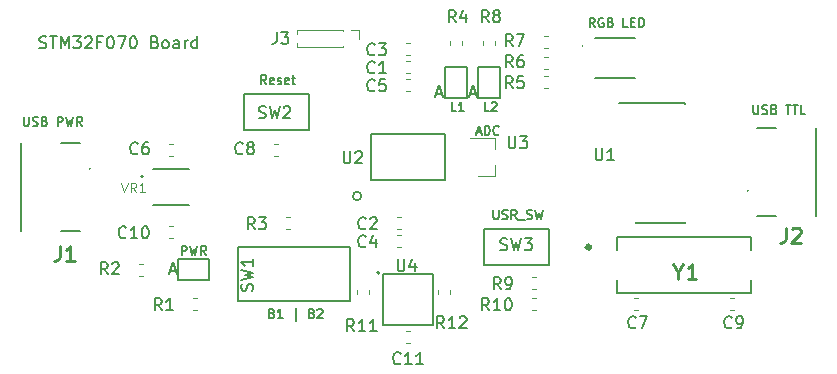
<source format=gto>
G04 #@! TF.GenerationSoftware,KiCad,Pcbnew,(5.0.1)-3*
G04 #@! TF.CreationDate,2019-11-29T17:43:28+05:30*
G04 #@! TF.ProjectId,stm32f070-board,73746D3332663037302D626F6172642E,v1.0*
G04 #@! TF.SameCoordinates,Original*
G04 #@! TF.FileFunction,Legend,Top*
G04 #@! TF.FilePolarity,Positive*
%FSLAX46Y46*%
G04 Gerber Fmt 4.6, Leading zero omitted, Abs format (unit mm)*
G04 Created by KiCad (PCBNEW (5.0.1)-3) date 11/29/19 17:43:28*
%MOMM*%
%LPD*%
G01*
G04 APERTURE LIST*
%ADD10C,0.152400*%
%ADD11C,0.120000*%
%ADD12C,0.150000*%
%ADD13C,0.200000*%
%ADD14C,0.127000*%
%ADD15C,0.400000*%
%ADD16C,0.254000*%
%ADD17C,0.050000*%
G04 APERTURE END LIST*
D10*
X144453428Y-90006714D02*
X144199428Y-89643857D01*
X144018000Y-90006714D02*
X144018000Y-89244714D01*
X144308285Y-89244714D01*
X144380857Y-89281000D01*
X144417142Y-89317285D01*
X144453428Y-89389857D01*
X144453428Y-89498714D01*
X144417142Y-89571285D01*
X144380857Y-89607571D01*
X144308285Y-89643857D01*
X144018000Y-89643857D01*
X145179142Y-89281000D02*
X145106571Y-89244714D01*
X144997714Y-89244714D01*
X144888857Y-89281000D01*
X144816285Y-89353571D01*
X144780000Y-89426142D01*
X144743714Y-89571285D01*
X144743714Y-89680142D01*
X144780000Y-89825285D01*
X144816285Y-89897857D01*
X144888857Y-89970428D01*
X144997714Y-90006714D01*
X145070285Y-90006714D01*
X145179142Y-89970428D01*
X145215428Y-89934142D01*
X145215428Y-89680142D01*
X145070285Y-89680142D01*
X145796000Y-89607571D02*
X145904857Y-89643857D01*
X145941142Y-89680142D01*
X145977428Y-89752714D01*
X145977428Y-89861571D01*
X145941142Y-89934142D01*
X145904857Y-89970428D01*
X145832285Y-90006714D01*
X145542000Y-90006714D01*
X145542000Y-89244714D01*
X145796000Y-89244714D01*
X145868571Y-89281000D01*
X145904857Y-89317285D01*
X145941142Y-89389857D01*
X145941142Y-89462428D01*
X145904857Y-89535000D01*
X145868571Y-89571285D01*
X145796000Y-89607571D01*
X145542000Y-89607571D01*
X147247428Y-90006714D02*
X146884571Y-90006714D01*
X146884571Y-89244714D01*
X147501428Y-89607571D02*
X147755428Y-89607571D01*
X147864285Y-90006714D02*
X147501428Y-90006714D01*
X147501428Y-89244714D01*
X147864285Y-89244714D01*
X148190857Y-90006714D02*
X148190857Y-89244714D01*
X148372285Y-89244714D01*
X148481142Y-89281000D01*
X148553714Y-89353571D01*
X148590000Y-89426142D01*
X148626285Y-89571285D01*
X148626285Y-89680142D01*
X148590000Y-89825285D01*
X148553714Y-89897857D01*
X148481142Y-89970428D01*
X148372285Y-90006714D01*
X148190857Y-90006714D01*
X117130285Y-114245571D02*
X117239142Y-114281857D01*
X117275428Y-114318142D01*
X117311714Y-114390714D01*
X117311714Y-114499571D01*
X117275428Y-114572142D01*
X117239142Y-114608428D01*
X117166571Y-114644714D01*
X116876285Y-114644714D01*
X116876285Y-113882714D01*
X117130285Y-113882714D01*
X117202857Y-113919000D01*
X117239142Y-113955285D01*
X117275428Y-114027857D01*
X117275428Y-114100428D01*
X117239142Y-114173000D01*
X117202857Y-114209285D01*
X117130285Y-114245571D01*
X116876285Y-114245571D01*
X118037428Y-114644714D02*
X117602000Y-114644714D01*
X117819714Y-114644714D02*
X117819714Y-113882714D01*
X117747142Y-113991571D01*
X117674571Y-114064142D01*
X117602000Y-114100428D01*
X119126000Y-114898714D02*
X119126000Y-113810142D01*
X120504857Y-114245571D02*
X120613714Y-114281857D01*
X120650000Y-114318142D01*
X120686285Y-114390714D01*
X120686285Y-114499571D01*
X120650000Y-114572142D01*
X120613714Y-114608428D01*
X120541142Y-114644714D01*
X120250857Y-114644714D01*
X120250857Y-113882714D01*
X120504857Y-113882714D01*
X120577428Y-113919000D01*
X120613714Y-113955285D01*
X120650000Y-114027857D01*
X120650000Y-114100428D01*
X120613714Y-114173000D01*
X120577428Y-114209285D01*
X120504857Y-114245571D01*
X120250857Y-114245571D01*
X120976571Y-113955285D02*
X121012857Y-113919000D01*
X121085428Y-113882714D01*
X121266857Y-113882714D01*
X121339428Y-113919000D01*
X121375714Y-113955285D01*
X121412000Y-114027857D01*
X121412000Y-114100428D01*
X121375714Y-114209285D01*
X120940285Y-114644714D01*
X121412000Y-114644714D01*
X157879142Y-96610714D02*
X157879142Y-97227571D01*
X157915428Y-97300142D01*
X157951714Y-97336428D01*
X158024285Y-97372714D01*
X158169428Y-97372714D01*
X158242000Y-97336428D01*
X158278285Y-97300142D01*
X158314571Y-97227571D01*
X158314571Y-96610714D01*
X158641142Y-97336428D02*
X158750000Y-97372714D01*
X158931428Y-97372714D01*
X159004000Y-97336428D01*
X159040285Y-97300142D01*
X159076571Y-97227571D01*
X159076571Y-97155000D01*
X159040285Y-97082428D01*
X159004000Y-97046142D01*
X158931428Y-97009857D01*
X158786285Y-96973571D01*
X158713714Y-96937285D01*
X158677428Y-96901000D01*
X158641142Y-96828428D01*
X158641142Y-96755857D01*
X158677428Y-96683285D01*
X158713714Y-96647000D01*
X158786285Y-96610714D01*
X158967714Y-96610714D01*
X159076571Y-96647000D01*
X159657142Y-96973571D02*
X159766000Y-97009857D01*
X159802285Y-97046142D01*
X159838571Y-97118714D01*
X159838571Y-97227571D01*
X159802285Y-97300142D01*
X159766000Y-97336428D01*
X159693428Y-97372714D01*
X159403142Y-97372714D01*
X159403142Y-96610714D01*
X159657142Y-96610714D01*
X159729714Y-96647000D01*
X159766000Y-96683285D01*
X159802285Y-96755857D01*
X159802285Y-96828428D01*
X159766000Y-96901000D01*
X159729714Y-96937285D01*
X159657142Y-96973571D01*
X159403142Y-96973571D01*
X160636857Y-96610714D02*
X161072285Y-96610714D01*
X160854571Y-97372714D02*
X160854571Y-96610714D01*
X161217428Y-96610714D02*
X161652857Y-96610714D01*
X161435142Y-97372714D02*
X161435142Y-96610714D01*
X162269714Y-97372714D02*
X161906857Y-97372714D01*
X161906857Y-96610714D01*
X135871857Y-105500714D02*
X135871857Y-106117571D01*
X135908142Y-106190142D01*
X135944428Y-106226428D01*
X136016999Y-106262714D01*
X136162142Y-106262714D01*
X136234714Y-106226428D01*
X136270999Y-106190142D01*
X136307285Y-106117571D01*
X136307285Y-105500714D01*
X136633857Y-106226428D02*
X136742714Y-106262714D01*
X136924142Y-106262714D01*
X136996714Y-106226428D01*
X137032999Y-106190142D01*
X137069285Y-106117571D01*
X137069285Y-106045000D01*
X137032999Y-105972428D01*
X136996714Y-105936142D01*
X136924142Y-105899857D01*
X136778999Y-105863571D01*
X136706428Y-105827285D01*
X136670142Y-105791000D01*
X136633857Y-105718428D01*
X136633857Y-105645857D01*
X136670142Y-105573285D01*
X136706428Y-105537000D01*
X136778999Y-105500714D01*
X136960428Y-105500714D01*
X137069285Y-105537000D01*
X137831285Y-106262714D02*
X137577285Y-105899857D01*
X137395857Y-106262714D02*
X137395857Y-105500714D01*
X137686142Y-105500714D01*
X137758714Y-105537000D01*
X137794999Y-105573285D01*
X137831285Y-105645857D01*
X137831285Y-105754714D01*
X137794999Y-105827285D01*
X137758714Y-105863571D01*
X137686142Y-105899857D01*
X137395857Y-105899857D01*
X137976428Y-106335285D02*
X138556999Y-106335285D01*
X138702142Y-106226428D02*
X138810999Y-106262714D01*
X138992428Y-106262714D01*
X139064999Y-106226428D01*
X139101285Y-106190142D01*
X139137571Y-106117571D01*
X139137571Y-106045000D01*
X139101285Y-105972428D01*
X139064999Y-105936142D01*
X138992428Y-105899857D01*
X138847285Y-105863571D01*
X138774714Y-105827285D01*
X138738428Y-105791000D01*
X138702142Y-105718428D01*
X138702142Y-105645857D01*
X138738428Y-105573285D01*
X138774714Y-105537000D01*
X138847285Y-105500714D01*
X139028714Y-105500714D01*
X139137571Y-105537000D01*
X139391571Y-105500714D02*
X139572999Y-106262714D01*
X139718142Y-105718428D01*
X139863285Y-106262714D01*
X140044714Y-105500714D01*
X134438571Y-98933000D02*
X134801428Y-98933000D01*
X134365999Y-99150714D02*
X134619999Y-98388714D01*
X134873999Y-99150714D01*
X135127999Y-99150714D02*
X135127999Y-98388714D01*
X135309428Y-98388714D01*
X135418285Y-98425000D01*
X135490857Y-98497571D01*
X135527142Y-98570142D01*
X135563428Y-98715285D01*
X135563428Y-98824142D01*
X135527142Y-98969285D01*
X135490857Y-99041857D01*
X135418285Y-99114428D01*
X135309428Y-99150714D01*
X135127999Y-99150714D01*
X136325428Y-99078142D02*
X136289142Y-99114428D01*
X136180285Y-99150714D01*
X136107714Y-99150714D01*
X135998857Y-99114428D01*
X135926285Y-99041857D01*
X135889999Y-98969285D01*
X135853714Y-98824142D01*
X135853714Y-98715285D01*
X135889999Y-98570142D01*
X135926285Y-98497571D01*
X135998857Y-98425000D01*
X136107714Y-98388714D01*
X136180285Y-98388714D01*
X136289142Y-98425000D01*
X136325428Y-98461285D01*
X135509000Y-97118714D02*
X135146142Y-97118714D01*
X135146142Y-96356714D01*
X135726714Y-96429285D02*
X135763000Y-96393000D01*
X135835571Y-96356714D01*
X136017000Y-96356714D01*
X136089571Y-96393000D01*
X136125857Y-96429285D01*
X136162142Y-96501857D01*
X136162142Y-96574428D01*
X136125857Y-96683285D01*
X135690428Y-97118714D01*
X136162142Y-97118714D01*
X132714999Y-97118714D02*
X132352142Y-97118714D01*
X132352142Y-96356714D01*
X133368142Y-97118714D02*
X132932714Y-97118714D01*
X133150428Y-97118714D02*
X133150428Y-96356714D01*
X133077857Y-96465571D01*
X133005285Y-96538142D01*
X132932714Y-96574428D01*
X109474000Y-109310714D02*
X109474000Y-108548714D01*
X109764285Y-108548714D01*
X109836857Y-108585000D01*
X109873142Y-108621285D01*
X109909428Y-108693857D01*
X109909428Y-108802714D01*
X109873142Y-108875285D01*
X109836857Y-108911571D01*
X109764285Y-108947857D01*
X109474000Y-108947857D01*
X110163428Y-108548714D02*
X110344857Y-109310714D01*
X110490000Y-108766428D01*
X110635142Y-109310714D01*
X110816571Y-108548714D01*
X111542285Y-109310714D02*
X111288285Y-108947857D01*
X111106857Y-109310714D02*
X111106857Y-108548714D01*
X111397142Y-108548714D01*
X111469714Y-108585000D01*
X111506000Y-108621285D01*
X111542285Y-108693857D01*
X111542285Y-108802714D01*
X111506000Y-108875285D01*
X111469714Y-108911571D01*
X111397142Y-108947857D01*
X111106857Y-108947857D01*
X116658571Y-94832714D02*
X116404571Y-94469857D01*
X116223142Y-94832714D02*
X116223142Y-94070714D01*
X116513428Y-94070714D01*
X116585999Y-94107000D01*
X116622285Y-94143285D01*
X116658571Y-94215857D01*
X116658571Y-94324714D01*
X116622285Y-94397285D01*
X116585999Y-94433571D01*
X116513428Y-94469857D01*
X116223142Y-94469857D01*
X117275428Y-94796428D02*
X117202857Y-94832714D01*
X117057714Y-94832714D01*
X116985142Y-94796428D01*
X116948857Y-94723857D01*
X116948857Y-94433571D01*
X116985142Y-94361000D01*
X117057714Y-94324714D01*
X117202857Y-94324714D01*
X117275428Y-94361000D01*
X117311714Y-94433571D01*
X117311714Y-94506142D01*
X116948857Y-94578714D01*
X117601999Y-94796428D02*
X117674571Y-94832714D01*
X117819714Y-94832714D01*
X117892285Y-94796428D01*
X117928571Y-94723857D01*
X117928571Y-94687571D01*
X117892285Y-94615000D01*
X117819714Y-94578714D01*
X117710857Y-94578714D01*
X117638285Y-94542428D01*
X117601999Y-94469857D01*
X117601999Y-94433571D01*
X117638285Y-94361000D01*
X117710857Y-94324714D01*
X117819714Y-94324714D01*
X117892285Y-94361000D01*
X118545428Y-94796428D02*
X118472857Y-94832714D01*
X118327714Y-94832714D01*
X118255142Y-94796428D01*
X118218857Y-94723857D01*
X118218857Y-94433571D01*
X118255142Y-94361000D01*
X118327714Y-94324714D01*
X118472857Y-94324714D01*
X118545428Y-94361000D01*
X118581714Y-94433571D01*
X118581714Y-94506142D01*
X118218857Y-94578714D01*
X118799428Y-94324714D02*
X119089714Y-94324714D01*
X118908285Y-94070714D02*
X118908285Y-94723857D01*
X118944571Y-94796428D01*
X119017142Y-94832714D01*
X119089714Y-94832714D01*
X96102714Y-97626714D02*
X96102714Y-98243571D01*
X96139000Y-98316142D01*
X96175285Y-98352428D01*
X96247857Y-98388714D01*
X96393000Y-98388714D01*
X96465571Y-98352428D01*
X96501857Y-98316142D01*
X96538142Y-98243571D01*
X96538142Y-97626714D01*
X96864714Y-98352428D02*
X96973571Y-98388714D01*
X97155000Y-98388714D01*
X97227571Y-98352428D01*
X97263857Y-98316142D01*
X97300142Y-98243571D01*
X97300142Y-98171000D01*
X97263857Y-98098428D01*
X97227571Y-98062142D01*
X97155000Y-98025857D01*
X97009857Y-97989571D01*
X96937285Y-97953285D01*
X96901000Y-97917000D01*
X96864714Y-97844428D01*
X96864714Y-97771857D01*
X96901000Y-97699285D01*
X96937285Y-97663000D01*
X97009857Y-97626714D01*
X97191285Y-97626714D01*
X97300142Y-97663000D01*
X97880714Y-97989571D02*
X97989571Y-98025857D01*
X98025857Y-98062142D01*
X98062142Y-98134714D01*
X98062142Y-98243571D01*
X98025857Y-98316142D01*
X97989571Y-98352428D01*
X97917000Y-98388714D01*
X97626714Y-98388714D01*
X97626714Y-97626714D01*
X97880714Y-97626714D01*
X97953285Y-97663000D01*
X97989571Y-97699285D01*
X98025857Y-97771857D01*
X98025857Y-97844428D01*
X97989571Y-97917000D01*
X97953285Y-97953285D01*
X97880714Y-97989571D01*
X97626714Y-97989571D01*
X98969285Y-98388714D02*
X98969285Y-97626714D01*
X99259571Y-97626714D01*
X99332142Y-97663000D01*
X99368428Y-97699285D01*
X99404714Y-97771857D01*
X99404714Y-97880714D01*
X99368428Y-97953285D01*
X99332142Y-97989571D01*
X99259571Y-98025857D01*
X98969285Y-98025857D01*
X99658714Y-97626714D02*
X99840142Y-98388714D01*
X99985285Y-97844428D01*
X100130428Y-98388714D01*
X100311857Y-97626714D01*
X101037571Y-98388714D02*
X100783571Y-98025857D01*
X100602142Y-98388714D02*
X100602142Y-97626714D01*
X100892428Y-97626714D01*
X100965000Y-97663000D01*
X101001285Y-97699285D01*
X101037571Y-97771857D01*
X101037571Y-97880714D01*
X101001285Y-97953285D01*
X100965000Y-97989571D01*
X100892428Y-98025857D01*
X100602142Y-98025857D01*
X97439238Y-91775038D02*
X97584380Y-91823419D01*
X97826285Y-91823419D01*
X97923047Y-91775038D01*
X97971428Y-91726657D01*
X98019809Y-91629895D01*
X98019809Y-91533133D01*
X97971428Y-91436371D01*
X97923047Y-91387990D01*
X97826285Y-91339609D01*
X97632761Y-91291228D01*
X97535999Y-91242847D01*
X97487619Y-91194466D01*
X97439238Y-91097704D01*
X97439238Y-91000942D01*
X97487619Y-90904180D01*
X97535999Y-90855800D01*
X97632761Y-90807419D01*
X97874666Y-90807419D01*
X98019809Y-90855800D01*
X98310095Y-90807419D02*
X98890666Y-90807419D01*
X98600380Y-91823419D02*
X98600380Y-90807419D01*
X99229333Y-91823419D02*
X99229333Y-90807419D01*
X99567999Y-91533133D01*
X99906666Y-90807419D01*
X99906666Y-91823419D01*
X100293714Y-90807419D02*
X100922666Y-90807419D01*
X100583999Y-91194466D01*
X100729142Y-91194466D01*
X100825904Y-91242847D01*
X100874285Y-91291228D01*
X100922666Y-91387990D01*
X100922666Y-91629895D01*
X100874285Y-91726657D01*
X100825904Y-91775038D01*
X100729142Y-91823419D01*
X100438857Y-91823419D01*
X100342095Y-91775038D01*
X100293714Y-91726657D01*
X101309714Y-90904180D02*
X101358095Y-90855800D01*
X101454857Y-90807419D01*
X101696761Y-90807419D01*
X101793523Y-90855800D01*
X101841904Y-90904180D01*
X101890285Y-91000942D01*
X101890285Y-91097704D01*
X101841904Y-91242847D01*
X101261333Y-91823419D01*
X101890285Y-91823419D01*
X102664380Y-91291228D02*
X102325714Y-91291228D01*
X102325714Y-91823419D02*
X102325714Y-90807419D01*
X102809523Y-90807419D01*
X103390095Y-90807419D02*
X103486857Y-90807419D01*
X103583619Y-90855800D01*
X103631999Y-90904180D01*
X103680380Y-91000942D01*
X103728761Y-91194466D01*
X103728761Y-91436371D01*
X103680380Y-91629895D01*
X103631999Y-91726657D01*
X103583619Y-91775038D01*
X103486857Y-91823419D01*
X103390095Y-91823419D01*
X103293333Y-91775038D01*
X103244952Y-91726657D01*
X103196571Y-91629895D01*
X103148190Y-91436371D01*
X103148190Y-91194466D01*
X103196571Y-91000942D01*
X103244952Y-90904180D01*
X103293333Y-90855800D01*
X103390095Y-90807419D01*
X104067428Y-90807419D02*
X104744761Y-90807419D01*
X104309333Y-91823419D01*
X105325333Y-90807419D02*
X105422095Y-90807419D01*
X105518857Y-90855800D01*
X105567238Y-90904180D01*
X105615619Y-91000942D01*
X105663999Y-91194466D01*
X105663999Y-91436371D01*
X105615619Y-91629895D01*
X105567238Y-91726657D01*
X105518857Y-91775038D01*
X105422095Y-91823419D01*
X105325333Y-91823419D01*
X105228571Y-91775038D01*
X105180190Y-91726657D01*
X105131809Y-91629895D01*
X105083428Y-91436371D01*
X105083428Y-91194466D01*
X105131809Y-91000942D01*
X105180190Y-90904180D01*
X105228571Y-90855800D01*
X105325333Y-90807419D01*
X107212190Y-91291228D02*
X107357333Y-91339609D01*
X107405714Y-91387990D01*
X107454095Y-91484752D01*
X107454095Y-91629895D01*
X107405714Y-91726657D01*
X107357333Y-91775038D01*
X107260571Y-91823419D01*
X106873523Y-91823419D01*
X106873523Y-90807419D01*
X107212190Y-90807419D01*
X107308952Y-90855800D01*
X107357333Y-90904180D01*
X107405714Y-91000942D01*
X107405714Y-91097704D01*
X107357333Y-91194466D01*
X107308952Y-91242847D01*
X107212190Y-91291228D01*
X106873523Y-91291228D01*
X108034666Y-91823419D02*
X107937904Y-91775038D01*
X107889523Y-91726657D01*
X107841142Y-91629895D01*
X107841142Y-91339609D01*
X107889523Y-91242847D01*
X107937904Y-91194466D01*
X108034666Y-91146085D01*
X108179809Y-91146085D01*
X108276571Y-91194466D01*
X108324952Y-91242847D01*
X108373333Y-91339609D01*
X108373333Y-91629895D01*
X108324952Y-91726657D01*
X108276571Y-91775038D01*
X108179809Y-91823419D01*
X108034666Y-91823419D01*
X109244190Y-91823419D02*
X109244190Y-91291228D01*
X109195809Y-91194466D01*
X109099047Y-91146085D01*
X108905523Y-91146085D01*
X108808761Y-91194466D01*
X109244190Y-91775038D02*
X109147428Y-91823419D01*
X108905523Y-91823419D01*
X108808761Y-91775038D01*
X108760380Y-91678276D01*
X108760380Y-91581514D01*
X108808761Y-91484752D01*
X108905523Y-91436371D01*
X109147428Y-91436371D01*
X109244190Y-91387990D01*
X109727999Y-91823419D02*
X109727999Y-91146085D01*
X109727999Y-91339609D02*
X109776380Y-91242847D01*
X109824761Y-91194466D01*
X109921523Y-91146085D01*
X110018285Y-91146085D01*
X110792380Y-91823419D02*
X110792380Y-90807419D01*
X110792380Y-91775038D02*
X110695619Y-91823419D01*
X110502095Y-91823419D01*
X110405333Y-91775038D01*
X110356952Y-91726657D01*
X110308571Y-91629895D01*
X110308571Y-91339609D01*
X110356952Y-91242847D01*
X110405333Y-91194466D01*
X110502095Y-91146085D01*
X110695619Y-91146085D01*
X110792380Y-91194466D01*
D11*
G04 #@! TO.C,J3*
X119265000Y-90300500D02*
X119265000Y-90601007D01*
X119265000Y-91389993D02*
X119265000Y-91690500D01*
X123140000Y-90300500D02*
X119265000Y-90300500D01*
X123140000Y-91690500D02*
X119265000Y-91690500D01*
X123140000Y-90300500D02*
X123140000Y-90387224D01*
X123140000Y-91603776D02*
X123140000Y-91690500D01*
X123825000Y-90300500D02*
X124510000Y-90300500D01*
X124510000Y-90300500D02*
X124510000Y-90995500D01*
D12*
G04 #@! TO.C,U1*
X147912000Y-96461500D02*
X147912000Y-96486500D01*
X152062000Y-96461500D02*
X152062000Y-96566500D01*
X152062000Y-106611500D02*
X152062000Y-106506500D01*
X147912000Y-106611500D02*
X147912000Y-106506500D01*
X147912000Y-96461500D02*
X152062000Y-96461500D01*
X147912000Y-106611500D02*
X152062000Y-106611500D01*
X147912000Y-96486500D02*
X146537000Y-96486500D01*
D11*
G04 #@! TO.C,U3*
X136015000Y-102608500D02*
X136015000Y-101678500D01*
X136015000Y-99448500D02*
X136015000Y-100378500D01*
X136015000Y-99448500D02*
X133855000Y-99448500D01*
X136015000Y-102608500D02*
X134555000Y-102608500D01*
G04 #@! TO.C,C1*
X128479733Y-92898500D02*
X128822267Y-92898500D01*
X128479733Y-93918500D02*
X128822267Y-93918500D01*
G04 #@! TO.C,C2*
X127717733Y-106106500D02*
X128060267Y-106106500D01*
X127717733Y-107126500D02*
X128060267Y-107126500D01*
G04 #@! TO.C,C3*
X128479733Y-92394500D02*
X128822267Y-92394500D01*
X128479733Y-91374500D02*
X128822267Y-91374500D01*
G04 #@! TO.C,C4*
X127717733Y-108650500D02*
X128060267Y-108650500D01*
X127717733Y-107630500D02*
X128060267Y-107630500D01*
G04 #@! TO.C,C5*
X128479733Y-94422500D02*
X128822267Y-94422500D01*
X128479733Y-95442500D02*
X128822267Y-95442500D01*
G04 #@! TO.C,C6*
X108413733Y-99883500D02*
X108756267Y-99883500D01*
X108413733Y-100903500D02*
X108756267Y-100903500D01*
G04 #@! TO.C,C7*
X147783733Y-113984500D02*
X148126267Y-113984500D01*
X147783733Y-112964500D02*
X148126267Y-112964500D01*
G04 #@! TO.C,C8*
X117646267Y-99883500D02*
X117303733Y-99883500D01*
X117646267Y-100903500D02*
X117303733Y-100903500D01*
G04 #@! TO.C,C9*
X156254267Y-113984500D02*
X155911733Y-113984500D01*
X156254267Y-112964500D02*
X155911733Y-112964500D01*
G04 #@! TO.C,C10*
X108756267Y-106868500D02*
X108413733Y-106868500D01*
X108756267Y-107888500D02*
X108413733Y-107888500D01*
G04 #@! TO.C,C11*
X128479733Y-115758500D02*
X128822267Y-115758500D01*
X128479733Y-116778500D02*
X128822267Y-116778500D01*
D12*
G04 #@! TO.C,D1*
X109182000Y-111461500D02*
X109182000Y-109645500D01*
X109182000Y-111461500D02*
X111798000Y-111461500D01*
X111798000Y-111461500D02*
X111798000Y-109645500D01*
X109182000Y-109645500D02*
X111798000Y-109645500D01*
G04 #@! TO.C,D2*
X131807000Y-95986500D02*
X131807000Y-93370500D01*
X133623000Y-93370500D02*
X131807000Y-93370500D01*
X133623000Y-95986500D02*
X133623000Y-93370500D01*
X133623000Y-95986500D02*
X131807000Y-95986500D01*
D13*
G04 #@! TO.C,D3*
X144477000Y-90946500D02*
X147877000Y-90946500D01*
X147877000Y-94346500D02*
X144477000Y-94346500D01*
X143412000Y-91591500D02*
G75*
G03X143412000Y-91591500I-32000J0D01*
G01*
D12*
G04 #@! TO.C,D4*
X136417000Y-95986500D02*
X134601000Y-95986500D01*
X136417000Y-95986500D02*
X136417000Y-93370500D01*
X136417000Y-93370500D02*
X134601000Y-93370500D01*
X134601000Y-95986500D02*
X134601000Y-93370500D01*
D13*
G04 #@! TO.C,J1*
X101720890Y-101996500D02*
G75*
G03X101720890Y-101996500I-45890J0D01*
G01*
X100885000Y-107318500D02*
X99258000Y-107318500D01*
X100885000Y-99818500D02*
X99258000Y-99818500D01*
X95885000Y-107318500D02*
X95885000Y-99818500D01*
G04 #@! TO.C,J2*
X157450890Y-103870500D02*
G75*
G03X157450890Y-103870500I-45890J0D01*
G01*
X158195000Y-98548500D02*
X159822000Y-98548500D01*
X158195000Y-106048500D02*
X159822000Y-106048500D01*
X163195000Y-98548500D02*
X163195000Y-106048500D01*
D11*
G04 #@! TO.C,R1*
X110445733Y-113984500D02*
X110788267Y-113984500D01*
X110445733Y-112964500D02*
X110788267Y-112964500D01*
G04 #@! TO.C,R2*
X105873733Y-110043500D02*
X106216267Y-110043500D01*
X105873733Y-111063500D02*
X106216267Y-111063500D01*
G04 #@! TO.C,R3*
X118662267Y-106106500D02*
X118319733Y-106106500D01*
X118662267Y-107126500D02*
X118319733Y-107126500D01*
G04 #@! TO.C,R4*
X132205000Y-91547767D02*
X132205000Y-91205233D01*
X133225000Y-91547767D02*
X133225000Y-91205233D01*
G04 #@! TO.C,R5*
X140506267Y-94168500D02*
X140163733Y-94168500D01*
X140506267Y-95188500D02*
X140163733Y-95188500D01*
G04 #@! TO.C,R6*
X140506267Y-93537500D02*
X140163733Y-93537500D01*
X140506267Y-92517500D02*
X140163733Y-92517500D01*
G04 #@! TO.C,R7*
X140506267Y-90739500D02*
X140163733Y-90739500D01*
X140506267Y-91759500D02*
X140163733Y-91759500D01*
G04 #@! TO.C,R8*
X134999000Y-91547767D02*
X134999000Y-91205233D01*
X136019000Y-91547767D02*
X136019000Y-91205233D01*
G04 #@! TO.C,R9*
X139490267Y-111186500D02*
X139147733Y-111186500D01*
X139490267Y-112206500D02*
X139147733Y-112206500D01*
G04 #@! TO.C,R10*
X139147733Y-112964500D02*
X139490267Y-112964500D01*
X139147733Y-113984500D02*
X139490267Y-113984500D01*
G04 #@! TO.C,R11*
X125351000Y-112629767D02*
X125351000Y-112287233D01*
X124331000Y-112629767D02*
X124331000Y-112287233D01*
G04 #@! TO.C,R12*
X131189000Y-112629767D02*
X131189000Y-112287233D01*
X132209000Y-112629767D02*
X132209000Y-112287233D01*
D12*
G04 #@! TO.C,SW1*
X114245000Y-113188500D02*
X123753000Y-113188500D01*
X114245000Y-108680500D02*
X114245000Y-113188500D01*
X123753000Y-108680500D02*
X114245000Y-108680500D01*
X123753000Y-113188500D02*
X123753000Y-108680500D01*
G04 #@! TO.C,SW2*
X120221000Y-95722500D02*
X114729000Y-95722500D01*
X114729000Y-95722500D02*
X114729000Y-98714500D01*
X120221000Y-98714500D02*
X120221000Y-95722500D01*
X114729000Y-98714500D02*
X120221000Y-98714500D01*
G04 #@! TO.C,SW3*
X135049000Y-110144500D02*
X140541000Y-110144500D01*
X140541000Y-110144500D02*
X140541000Y-107152500D01*
X135049000Y-107152500D02*
X135049000Y-110144500D01*
X140541000Y-107152500D02*
X135049000Y-107152500D01*
G04 #@! TO.C,U2*
X131776000Y-102974500D02*
X131776000Y-99082500D01*
X125526000Y-102974500D02*
X131776000Y-102974500D01*
X125526000Y-99082500D02*
X125526000Y-102974500D01*
X131776210Y-99082500D02*
X125526000Y-99082500D01*
X124692210Y-104330500D02*
G75*
G03X124692210Y-104330500I-359210J0D01*
G01*
G04 #@! TO.C,U4*
X130780000Y-110964500D02*
X130780000Y-115222500D01*
X130780000Y-115222500D02*
X126522000Y-115222500D01*
X126522000Y-115222500D02*
X126522000Y-110964500D01*
X126522000Y-110964200D02*
X130780000Y-110964500D01*
X126231000Y-110807500D02*
G75*
G03X126231000Y-110807500I-120000J0D01*
G01*
D14*
G04 #@! TO.C,VR1*
X110085000Y-105068500D02*
X107085000Y-105068500D01*
X107085000Y-102068500D02*
X110085000Y-102068500D01*
D13*
X106235000Y-102668500D02*
G75*
G03X106235000Y-102668500I-100000J0D01*
G01*
G04 #@! TO.C,Y1*
X146319000Y-107772500D02*
X157719000Y-107772500D01*
X146319000Y-112572500D02*
X157719000Y-112572500D01*
X146319000Y-107772500D02*
X146319000Y-108872500D01*
X146319000Y-112572500D02*
X146319000Y-111472500D01*
X157719000Y-112572500D02*
X157719000Y-111472500D01*
X157719000Y-107772500D02*
X157719000Y-108872500D01*
D15*
X144039880Y-108662500D02*
G75*
G03X144039880Y-108662500I-125880J0D01*
G01*
G04 #@! TO.C,J3*
D12*
X117522666Y-90447880D02*
X117522666Y-91162166D01*
X117475047Y-91305023D01*
X117379809Y-91400261D01*
X117236952Y-91447880D01*
X117141714Y-91447880D01*
X117903619Y-90447880D02*
X118522666Y-90447880D01*
X118189333Y-90828833D01*
X118332190Y-90828833D01*
X118427428Y-90876452D01*
X118475047Y-90924071D01*
X118522666Y-91019309D01*
X118522666Y-91257404D01*
X118475047Y-91352642D01*
X118427428Y-91400261D01*
X118332190Y-91447880D01*
X118046476Y-91447880D01*
X117951238Y-91400261D01*
X117903619Y-91352642D01*
G04 #@! TO.C,U1*
X144526095Y-100290380D02*
X144526095Y-101099904D01*
X144573714Y-101195142D01*
X144621333Y-101242761D01*
X144716571Y-101290380D01*
X144907047Y-101290380D01*
X145002285Y-101242761D01*
X145049904Y-101195142D01*
X145097523Y-101099904D01*
X145097523Y-100290380D01*
X146097523Y-101290380D02*
X145526095Y-101290380D01*
X145811809Y-101290380D02*
X145811809Y-100290380D01*
X145716571Y-100433238D01*
X145621333Y-100528476D01*
X145526095Y-100576095D01*
G04 #@! TO.C,U3*
X137160095Y-99274380D02*
X137160095Y-100083904D01*
X137207714Y-100179142D01*
X137255333Y-100226761D01*
X137350571Y-100274380D01*
X137541047Y-100274380D01*
X137636285Y-100226761D01*
X137683904Y-100179142D01*
X137731523Y-100083904D01*
X137731523Y-99274380D01*
X138112476Y-99274380D02*
X138731523Y-99274380D01*
X138398190Y-99655333D01*
X138541047Y-99655333D01*
X138636285Y-99702952D01*
X138683904Y-99750571D01*
X138731523Y-99845809D01*
X138731523Y-100083904D01*
X138683904Y-100179142D01*
X138636285Y-100226761D01*
X138541047Y-100274380D01*
X138255333Y-100274380D01*
X138160095Y-100226761D01*
X138112476Y-100179142D01*
G04 #@! TO.C,C1*
X125817333Y-93829142D02*
X125769714Y-93876761D01*
X125626857Y-93924380D01*
X125531619Y-93924380D01*
X125388761Y-93876761D01*
X125293523Y-93781523D01*
X125245904Y-93686285D01*
X125198285Y-93495809D01*
X125198285Y-93352952D01*
X125245904Y-93162476D01*
X125293523Y-93067238D01*
X125388761Y-92972000D01*
X125531619Y-92924380D01*
X125626857Y-92924380D01*
X125769714Y-92972000D01*
X125817333Y-93019619D01*
X126769714Y-93924380D02*
X126198285Y-93924380D01*
X126483999Y-93924380D02*
X126483999Y-92924380D01*
X126388761Y-93067238D01*
X126293523Y-93162476D01*
X126198285Y-93210095D01*
G04 #@! TO.C,C2*
X125055333Y-107037142D02*
X125007714Y-107084761D01*
X124864857Y-107132380D01*
X124769619Y-107132380D01*
X124626761Y-107084761D01*
X124531523Y-106989523D01*
X124483904Y-106894285D01*
X124436285Y-106703809D01*
X124436285Y-106560952D01*
X124483904Y-106370476D01*
X124531523Y-106275238D01*
X124626761Y-106180000D01*
X124769619Y-106132380D01*
X124864857Y-106132380D01*
X125007714Y-106180000D01*
X125055333Y-106227619D01*
X125436285Y-106227619D02*
X125483904Y-106180000D01*
X125579142Y-106132380D01*
X125817238Y-106132380D01*
X125912476Y-106180000D01*
X125960095Y-106227619D01*
X126007714Y-106322857D01*
X126007714Y-106418095D01*
X125960095Y-106560952D01*
X125388666Y-107132380D01*
X126007714Y-107132380D01*
G04 #@! TO.C,C3*
X125817333Y-92305142D02*
X125769714Y-92352761D01*
X125626857Y-92400380D01*
X125531619Y-92400380D01*
X125388761Y-92352761D01*
X125293523Y-92257523D01*
X125245904Y-92162285D01*
X125198285Y-91971809D01*
X125198285Y-91828952D01*
X125245904Y-91638476D01*
X125293523Y-91543238D01*
X125388761Y-91448000D01*
X125531619Y-91400380D01*
X125626857Y-91400380D01*
X125769714Y-91448000D01*
X125817333Y-91495619D01*
X126150666Y-91400380D02*
X126769714Y-91400380D01*
X126436380Y-91781333D01*
X126579238Y-91781333D01*
X126674476Y-91828952D01*
X126722095Y-91876571D01*
X126769714Y-91971809D01*
X126769714Y-92209904D01*
X126722095Y-92305142D01*
X126674476Y-92352761D01*
X126579238Y-92400380D01*
X126293523Y-92400380D01*
X126198285Y-92352761D01*
X126150666Y-92305142D01*
G04 #@! TO.C,C4*
X125055333Y-108561142D02*
X125007714Y-108608761D01*
X124864857Y-108656380D01*
X124769619Y-108656380D01*
X124626761Y-108608761D01*
X124531523Y-108513523D01*
X124483904Y-108418285D01*
X124436285Y-108227809D01*
X124436285Y-108084952D01*
X124483904Y-107894476D01*
X124531523Y-107799238D01*
X124626761Y-107704000D01*
X124769619Y-107656380D01*
X124864857Y-107656380D01*
X125007714Y-107704000D01*
X125055333Y-107751619D01*
X125912476Y-107989714D02*
X125912476Y-108656380D01*
X125674380Y-107608761D02*
X125436285Y-108323047D01*
X126055333Y-108323047D01*
G04 #@! TO.C,C5*
X125817333Y-95353142D02*
X125769714Y-95400761D01*
X125626857Y-95448380D01*
X125531619Y-95448380D01*
X125388761Y-95400761D01*
X125293523Y-95305523D01*
X125245904Y-95210285D01*
X125198285Y-95019809D01*
X125198285Y-94876952D01*
X125245904Y-94686476D01*
X125293523Y-94591238D01*
X125388761Y-94496000D01*
X125531619Y-94448380D01*
X125626857Y-94448380D01*
X125769714Y-94496000D01*
X125817333Y-94543619D01*
X126722095Y-94448380D02*
X126245904Y-94448380D01*
X126198285Y-94924571D01*
X126245904Y-94876952D01*
X126341142Y-94829333D01*
X126579238Y-94829333D01*
X126674476Y-94876952D01*
X126722095Y-94924571D01*
X126769714Y-95019809D01*
X126769714Y-95257904D01*
X126722095Y-95353142D01*
X126674476Y-95400761D01*
X126579238Y-95448380D01*
X126341142Y-95448380D01*
X126245904Y-95400761D01*
X126198285Y-95353142D01*
G04 #@! TO.C,C6*
X105751333Y-100687142D02*
X105703714Y-100734761D01*
X105560857Y-100782380D01*
X105465619Y-100782380D01*
X105322761Y-100734761D01*
X105227523Y-100639523D01*
X105179904Y-100544285D01*
X105132285Y-100353809D01*
X105132285Y-100210952D01*
X105179904Y-100020476D01*
X105227523Y-99925238D01*
X105322761Y-99830000D01*
X105465619Y-99782380D01*
X105560857Y-99782380D01*
X105703714Y-99830000D01*
X105751333Y-99877619D01*
X106608476Y-99782380D02*
X106417999Y-99782380D01*
X106322761Y-99830000D01*
X106275142Y-99877619D01*
X106179904Y-100020476D01*
X106132285Y-100210952D01*
X106132285Y-100591904D01*
X106179904Y-100687142D01*
X106227523Y-100734761D01*
X106322761Y-100782380D01*
X106513238Y-100782380D01*
X106608476Y-100734761D01*
X106656095Y-100687142D01*
X106703714Y-100591904D01*
X106703714Y-100353809D01*
X106656095Y-100258571D01*
X106608476Y-100210952D01*
X106513238Y-100163333D01*
X106322761Y-100163333D01*
X106227523Y-100210952D01*
X106179904Y-100258571D01*
X106132285Y-100353809D01*
G04 #@! TO.C,C7*
X147915333Y-115419142D02*
X147867714Y-115466761D01*
X147724857Y-115514380D01*
X147629619Y-115514380D01*
X147486761Y-115466761D01*
X147391523Y-115371523D01*
X147343904Y-115276285D01*
X147296285Y-115085809D01*
X147296285Y-114942952D01*
X147343904Y-114752476D01*
X147391523Y-114657238D01*
X147486761Y-114562000D01*
X147629619Y-114514380D01*
X147724857Y-114514380D01*
X147867714Y-114562000D01*
X147915333Y-114609619D01*
X148248666Y-114514380D02*
X148915333Y-114514380D01*
X148486761Y-115514380D01*
G04 #@! TO.C,C8*
X114641333Y-100687142D02*
X114593714Y-100734761D01*
X114450857Y-100782380D01*
X114355619Y-100782380D01*
X114212761Y-100734761D01*
X114117523Y-100639523D01*
X114069904Y-100544285D01*
X114022285Y-100353809D01*
X114022285Y-100210952D01*
X114069904Y-100020476D01*
X114117523Y-99925238D01*
X114212761Y-99830000D01*
X114355619Y-99782380D01*
X114450857Y-99782380D01*
X114593714Y-99830000D01*
X114641333Y-99877619D01*
X115212761Y-100210952D02*
X115117523Y-100163333D01*
X115069904Y-100115714D01*
X115022285Y-100020476D01*
X115022285Y-99972857D01*
X115069904Y-99877619D01*
X115117523Y-99830000D01*
X115212761Y-99782380D01*
X115403238Y-99782380D01*
X115498476Y-99830000D01*
X115546095Y-99877619D01*
X115593714Y-99972857D01*
X115593714Y-100020476D01*
X115546095Y-100115714D01*
X115498476Y-100163333D01*
X115403238Y-100210952D01*
X115212761Y-100210952D01*
X115117523Y-100258571D01*
X115069904Y-100306190D01*
X115022285Y-100401428D01*
X115022285Y-100591904D01*
X115069904Y-100687142D01*
X115117523Y-100734761D01*
X115212761Y-100782380D01*
X115403238Y-100782380D01*
X115498476Y-100734761D01*
X115546095Y-100687142D01*
X115593714Y-100591904D01*
X115593714Y-100401428D01*
X115546095Y-100306190D01*
X115498476Y-100258571D01*
X115403238Y-100210952D01*
G04 #@! TO.C,C9*
X156043333Y-115419142D02*
X155995714Y-115466761D01*
X155852857Y-115514380D01*
X155757619Y-115514380D01*
X155614761Y-115466761D01*
X155519523Y-115371523D01*
X155471904Y-115276285D01*
X155424285Y-115085809D01*
X155424285Y-114942952D01*
X155471904Y-114752476D01*
X155519523Y-114657238D01*
X155614761Y-114562000D01*
X155757619Y-114514380D01*
X155852857Y-114514380D01*
X155995714Y-114562000D01*
X156043333Y-114609619D01*
X156519523Y-115514380D02*
X156709999Y-115514380D01*
X156805238Y-115466761D01*
X156852857Y-115419142D01*
X156948095Y-115276285D01*
X156995714Y-115085809D01*
X156995714Y-114704857D01*
X156948095Y-114609619D01*
X156900476Y-114562000D01*
X156805238Y-114514380D01*
X156614761Y-114514380D01*
X156519523Y-114562000D01*
X156471904Y-114609619D01*
X156424285Y-114704857D01*
X156424285Y-114942952D01*
X156471904Y-115038190D01*
X156519523Y-115085809D01*
X156614761Y-115133428D01*
X156805238Y-115133428D01*
X156900476Y-115085809D01*
X156948095Y-115038190D01*
X156995714Y-114942952D01*
G04 #@! TO.C,C10*
X104767142Y-107799142D02*
X104719523Y-107846761D01*
X104576666Y-107894380D01*
X104481428Y-107894380D01*
X104338571Y-107846761D01*
X104243333Y-107751523D01*
X104195714Y-107656285D01*
X104148095Y-107465809D01*
X104148095Y-107322952D01*
X104195714Y-107132476D01*
X104243333Y-107037238D01*
X104338571Y-106942000D01*
X104481428Y-106894380D01*
X104576666Y-106894380D01*
X104719523Y-106942000D01*
X104767142Y-106989619D01*
X105719523Y-107894380D02*
X105148095Y-107894380D01*
X105433809Y-107894380D02*
X105433809Y-106894380D01*
X105338571Y-107037238D01*
X105243333Y-107132476D01*
X105148095Y-107180095D01*
X106338571Y-106894380D02*
X106433809Y-106894380D01*
X106529047Y-106942000D01*
X106576666Y-106989619D01*
X106624285Y-107084857D01*
X106671904Y-107275333D01*
X106671904Y-107513428D01*
X106624285Y-107703904D01*
X106576666Y-107799142D01*
X106529047Y-107846761D01*
X106433809Y-107894380D01*
X106338571Y-107894380D01*
X106243333Y-107846761D01*
X106195714Y-107799142D01*
X106148095Y-107703904D01*
X106100476Y-107513428D01*
X106100476Y-107275333D01*
X106148095Y-107084857D01*
X106195714Y-106989619D01*
X106243333Y-106942000D01*
X106338571Y-106894380D01*
G04 #@! TO.C,C11*
X128008142Y-118467142D02*
X127960523Y-118514761D01*
X127817666Y-118562380D01*
X127722428Y-118562380D01*
X127579571Y-118514761D01*
X127484333Y-118419523D01*
X127436714Y-118324285D01*
X127389095Y-118133809D01*
X127389095Y-117990952D01*
X127436714Y-117800476D01*
X127484333Y-117705238D01*
X127579571Y-117610000D01*
X127722428Y-117562380D01*
X127817666Y-117562380D01*
X127960523Y-117610000D01*
X128008142Y-117657619D01*
X128960523Y-118562380D02*
X128389095Y-118562380D01*
X128674809Y-118562380D02*
X128674809Y-117562380D01*
X128579571Y-117705238D01*
X128484333Y-117800476D01*
X128389095Y-117848095D01*
X129912904Y-118562380D02*
X129341476Y-118562380D01*
X129627190Y-118562380D02*
X129627190Y-117562380D01*
X129531952Y-117705238D01*
X129436714Y-117800476D01*
X129341476Y-117848095D01*
G04 #@! TO.C,D1*
X108473904Y-110656666D02*
X108950095Y-110656666D01*
X108378666Y-110942380D02*
X108711999Y-109942380D01*
X109045333Y-110942380D01*
G04 #@! TO.C,D2*
X131026904Y-95645166D02*
X131503095Y-95645166D01*
X130931666Y-95930880D02*
X131264999Y-94930880D01*
X131598333Y-95930880D01*
G04 #@! TO.C,D4*
X133873904Y-95670666D02*
X134350095Y-95670666D01*
X133778666Y-95956380D02*
X134111999Y-94956380D01*
X134445333Y-95956380D01*
G04 #@! TO.C,J1*
D16*
X99144666Y-108524523D02*
X99144666Y-109431666D01*
X99084190Y-109613095D01*
X98963238Y-109734047D01*
X98781809Y-109794523D01*
X98660857Y-109794523D01*
X100414666Y-109794523D02*
X99688952Y-109794523D01*
X100051809Y-109794523D02*
X100051809Y-108524523D01*
X99930857Y-108705952D01*
X99809904Y-108826904D01*
X99688952Y-108887380D01*
G04 #@! TO.C,J2*
X160612666Y-107000523D02*
X160612666Y-107907666D01*
X160552190Y-108089095D01*
X160431238Y-108210047D01*
X160249809Y-108270523D01*
X160128857Y-108270523D01*
X161156952Y-107121476D02*
X161217428Y-107061000D01*
X161338380Y-107000523D01*
X161640761Y-107000523D01*
X161761714Y-107061000D01*
X161822190Y-107121476D01*
X161882666Y-107242428D01*
X161882666Y-107363380D01*
X161822190Y-107544809D01*
X161096476Y-108270523D01*
X161882666Y-108270523D01*
G04 #@! TO.C,R1*
D12*
X107783333Y-113990380D02*
X107449999Y-113514190D01*
X107211904Y-113990380D02*
X107211904Y-112990380D01*
X107592857Y-112990380D01*
X107688095Y-113038000D01*
X107735714Y-113085619D01*
X107783333Y-113180857D01*
X107783333Y-113323714D01*
X107735714Y-113418952D01*
X107688095Y-113466571D01*
X107592857Y-113514190D01*
X107211904Y-113514190D01*
X108735714Y-113990380D02*
X108164285Y-113990380D01*
X108449999Y-113990380D02*
X108449999Y-112990380D01*
X108354761Y-113133238D01*
X108259523Y-113228476D01*
X108164285Y-113276095D01*
G04 #@! TO.C,R2*
X103211333Y-110942380D02*
X102877999Y-110466190D01*
X102639904Y-110942380D02*
X102639904Y-109942380D01*
X103020857Y-109942380D01*
X103116095Y-109990000D01*
X103163714Y-110037619D01*
X103211333Y-110132857D01*
X103211333Y-110275714D01*
X103163714Y-110370952D01*
X103116095Y-110418571D01*
X103020857Y-110466190D01*
X102639904Y-110466190D01*
X103592285Y-110037619D02*
X103639904Y-109990000D01*
X103735142Y-109942380D01*
X103973238Y-109942380D01*
X104068476Y-109990000D01*
X104116095Y-110037619D01*
X104163714Y-110132857D01*
X104163714Y-110228095D01*
X104116095Y-110370952D01*
X103544666Y-110942380D01*
X104163714Y-110942380D01*
G04 #@! TO.C,R3*
X115657333Y-107132380D02*
X115323999Y-106656190D01*
X115085904Y-107132380D02*
X115085904Y-106132380D01*
X115466857Y-106132380D01*
X115562095Y-106180000D01*
X115609714Y-106227619D01*
X115657333Y-106322857D01*
X115657333Y-106465714D01*
X115609714Y-106560952D01*
X115562095Y-106608571D01*
X115466857Y-106656190D01*
X115085904Y-106656190D01*
X115990666Y-106132380D02*
X116609714Y-106132380D01*
X116276380Y-106513333D01*
X116419238Y-106513333D01*
X116514476Y-106560952D01*
X116562095Y-106608571D01*
X116609714Y-106703809D01*
X116609714Y-106941904D01*
X116562095Y-107037142D01*
X116514476Y-107084761D01*
X116419238Y-107132380D01*
X116133523Y-107132380D01*
X116038285Y-107084761D01*
X115990666Y-107037142D01*
G04 #@! TO.C,R4*
X132675333Y-89606380D02*
X132341999Y-89130190D01*
X132103904Y-89606380D02*
X132103904Y-88606380D01*
X132484857Y-88606380D01*
X132580095Y-88654000D01*
X132627714Y-88701619D01*
X132675333Y-88796857D01*
X132675333Y-88939714D01*
X132627714Y-89034952D01*
X132580095Y-89082571D01*
X132484857Y-89130190D01*
X132103904Y-89130190D01*
X133532476Y-88939714D02*
X133532476Y-89606380D01*
X133294380Y-88558761D02*
X133056285Y-89273047D01*
X133675333Y-89273047D01*
G04 #@! TO.C,R5*
X137501333Y-95194380D02*
X137167999Y-94718190D01*
X136929904Y-95194380D02*
X136929904Y-94194380D01*
X137310857Y-94194380D01*
X137406095Y-94242000D01*
X137453714Y-94289619D01*
X137501333Y-94384857D01*
X137501333Y-94527714D01*
X137453714Y-94622952D01*
X137406095Y-94670571D01*
X137310857Y-94718190D01*
X136929904Y-94718190D01*
X138406095Y-94194380D02*
X137929904Y-94194380D01*
X137882285Y-94670571D01*
X137929904Y-94622952D01*
X138025142Y-94575333D01*
X138263238Y-94575333D01*
X138358476Y-94622952D01*
X138406095Y-94670571D01*
X138453714Y-94765809D01*
X138453714Y-95003904D01*
X138406095Y-95099142D01*
X138358476Y-95146761D01*
X138263238Y-95194380D01*
X138025142Y-95194380D01*
X137929904Y-95146761D01*
X137882285Y-95099142D01*
G04 #@! TO.C,R6*
X137501333Y-93416380D02*
X137167999Y-92940190D01*
X136929904Y-93416380D02*
X136929904Y-92416380D01*
X137310857Y-92416380D01*
X137406095Y-92464000D01*
X137453714Y-92511619D01*
X137501333Y-92606857D01*
X137501333Y-92749714D01*
X137453714Y-92844952D01*
X137406095Y-92892571D01*
X137310857Y-92940190D01*
X136929904Y-92940190D01*
X138358476Y-92416380D02*
X138167999Y-92416380D01*
X138072761Y-92464000D01*
X138025142Y-92511619D01*
X137929904Y-92654476D01*
X137882285Y-92844952D01*
X137882285Y-93225904D01*
X137929904Y-93321142D01*
X137977523Y-93368761D01*
X138072761Y-93416380D01*
X138263238Y-93416380D01*
X138358476Y-93368761D01*
X138406095Y-93321142D01*
X138453714Y-93225904D01*
X138453714Y-92987809D01*
X138406095Y-92892571D01*
X138358476Y-92844952D01*
X138263238Y-92797333D01*
X138072761Y-92797333D01*
X137977523Y-92844952D01*
X137929904Y-92892571D01*
X137882285Y-92987809D01*
G04 #@! TO.C,R7*
X137501333Y-91638380D02*
X137167999Y-91162190D01*
X136929904Y-91638380D02*
X136929904Y-90638380D01*
X137310857Y-90638380D01*
X137406095Y-90686000D01*
X137453714Y-90733619D01*
X137501333Y-90828857D01*
X137501333Y-90971714D01*
X137453714Y-91066952D01*
X137406095Y-91114571D01*
X137310857Y-91162190D01*
X136929904Y-91162190D01*
X137834666Y-90638380D02*
X138501333Y-90638380D01*
X138072761Y-91638380D01*
G04 #@! TO.C,R8*
X135469333Y-89606380D02*
X135135999Y-89130190D01*
X134897904Y-89606380D02*
X134897904Y-88606380D01*
X135278857Y-88606380D01*
X135374095Y-88654000D01*
X135421714Y-88701619D01*
X135469333Y-88796857D01*
X135469333Y-88939714D01*
X135421714Y-89034952D01*
X135374095Y-89082571D01*
X135278857Y-89130190D01*
X134897904Y-89130190D01*
X136040761Y-89034952D02*
X135945523Y-88987333D01*
X135897904Y-88939714D01*
X135850285Y-88844476D01*
X135850285Y-88796857D01*
X135897904Y-88701619D01*
X135945523Y-88654000D01*
X136040761Y-88606380D01*
X136231238Y-88606380D01*
X136326476Y-88654000D01*
X136374095Y-88701619D01*
X136421714Y-88796857D01*
X136421714Y-88844476D01*
X136374095Y-88939714D01*
X136326476Y-88987333D01*
X136231238Y-89034952D01*
X136040761Y-89034952D01*
X135945523Y-89082571D01*
X135897904Y-89130190D01*
X135850285Y-89225428D01*
X135850285Y-89415904D01*
X135897904Y-89511142D01*
X135945523Y-89558761D01*
X136040761Y-89606380D01*
X136231238Y-89606380D01*
X136326476Y-89558761D01*
X136374095Y-89511142D01*
X136421714Y-89415904D01*
X136421714Y-89225428D01*
X136374095Y-89130190D01*
X136326476Y-89082571D01*
X136231238Y-89034952D01*
G04 #@! TO.C,R9*
X136485333Y-112212380D02*
X136151999Y-111736190D01*
X135913904Y-112212380D02*
X135913904Y-111212380D01*
X136294857Y-111212380D01*
X136390095Y-111260000D01*
X136437714Y-111307619D01*
X136485333Y-111402857D01*
X136485333Y-111545714D01*
X136437714Y-111640952D01*
X136390095Y-111688571D01*
X136294857Y-111736190D01*
X135913904Y-111736190D01*
X136961523Y-112212380D02*
X137151999Y-112212380D01*
X137247238Y-112164761D01*
X137294857Y-112117142D01*
X137390095Y-111974285D01*
X137437714Y-111783809D01*
X137437714Y-111402857D01*
X137390095Y-111307619D01*
X137342476Y-111260000D01*
X137247238Y-111212380D01*
X137056761Y-111212380D01*
X136961523Y-111260000D01*
X136913904Y-111307619D01*
X136866285Y-111402857D01*
X136866285Y-111640952D01*
X136913904Y-111736190D01*
X136961523Y-111783809D01*
X137056761Y-111831428D01*
X137247238Y-111831428D01*
X137342476Y-111783809D01*
X137390095Y-111736190D01*
X137437714Y-111640952D01*
G04 #@! TO.C,R10*
X135501142Y-113990380D02*
X135167809Y-113514190D01*
X134929714Y-113990380D02*
X134929714Y-112990380D01*
X135310666Y-112990380D01*
X135405904Y-113038000D01*
X135453523Y-113085619D01*
X135501142Y-113180857D01*
X135501142Y-113323714D01*
X135453523Y-113418952D01*
X135405904Y-113466571D01*
X135310666Y-113514190D01*
X134929714Y-113514190D01*
X136453523Y-113990380D02*
X135882095Y-113990380D01*
X136167809Y-113990380D02*
X136167809Y-112990380D01*
X136072571Y-113133238D01*
X135977333Y-113228476D01*
X135882095Y-113276095D01*
X137072571Y-112990380D02*
X137167809Y-112990380D01*
X137263047Y-113038000D01*
X137310666Y-113085619D01*
X137358285Y-113180857D01*
X137405904Y-113371333D01*
X137405904Y-113609428D01*
X137358285Y-113799904D01*
X137310666Y-113895142D01*
X137263047Y-113942761D01*
X137167809Y-113990380D01*
X137072571Y-113990380D01*
X136977333Y-113942761D01*
X136929714Y-113895142D01*
X136882095Y-113799904D01*
X136834476Y-113609428D01*
X136834476Y-113371333D01*
X136882095Y-113180857D01*
X136929714Y-113085619D01*
X136977333Y-113038000D01*
X137072571Y-112990380D01*
G04 #@! TO.C,R11*
X124071142Y-115768380D02*
X123737809Y-115292190D01*
X123499714Y-115768380D02*
X123499714Y-114768380D01*
X123880666Y-114768380D01*
X123975904Y-114816000D01*
X124023523Y-114863619D01*
X124071142Y-114958857D01*
X124071142Y-115101714D01*
X124023523Y-115196952D01*
X123975904Y-115244571D01*
X123880666Y-115292190D01*
X123499714Y-115292190D01*
X125023523Y-115768380D02*
X124452095Y-115768380D01*
X124737809Y-115768380D02*
X124737809Y-114768380D01*
X124642571Y-114911238D01*
X124547333Y-115006476D01*
X124452095Y-115054095D01*
X125975904Y-115768380D02*
X125404476Y-115768380D01*
X125690190Y-115768380D02*
X125690190Y-114768380D01*
X125594952Y-114911238D01*
X125499714Y-115006476D01*
X125404476Y-115054095D01*
G04 #@! TO.C,R12*
X131691142Y-115514380D02*
X131357809Y-115038190D01*
X131119714Y-115514380D02*
X131119714Y-114514380D01*
X131500666Y-114514380D01*
X131595904Y-114562000D01*
X131643523Y-114609619D01*
X131691142Y-114704857D01*
X131691142Y-114847714D01*
X131643523Y-114942952D01*
X131595904Y-114990571D01*
X131500666Y-115038190D01*
X131119714Y-115038190D01*
X132643523Y-115514380D02*
X132072095Y-115514380D01*
X132357809Y-115514380D02*
X132357809Y-114514380D01*
X132262571Y-114657238D01*
X132167333Y-114752476D01*
X132072095Y-114800095D01*
X133024476Y-114609619D02*
X133072095Y-114562000D01*
X133167333Y-114514380D01*
X133405428Y-114514380D01*
X133500666Y-114562000D01*
X133548285Y-114609619D01*
X133595904Y-114704857D01*
X133595904Y-114800095D01*
X133548285Y-114942952D01*
X132976857Y-115514380D01*
X133595904Y-115514380D01*
G04 #@! TO.C,SW1*
X115466761Y-112331333D02*
X115514380Y-112188476D01*
X115514380Y-111950380D01*
X115466761Y-111855142D01*
X115419142Y-111807523D01*
X115323904Y-111759904D01*
X115228666Y-111759904D01*
X115133428Y-111807523D01*
X115085809Y-111855142D01*
X115038190Y-111950380D01*
X114990571Y-112140857D01*
X114942952Y-112236095D01*
X114895333Y-112283714D01*
X114800095Y-112331333D01*
X114704857Y-112331333D01*
X114609619Y-112283714D01*
X114561999Y-112236095D01*
X114514380Y-112140857D01*
X114514380Y-111902761D01*
X114561999Y-111759904D01*
X114514380Y-111426571D02*
X115514380Y-111188476D01*
X114800095Y-110997999D01*
X115514380Y-110807523D01*
X114514380Y-110569428D01*
X115514380Y-109664666D02*
X115514380Y-110236095D01*
X115514380Y-109950380D02*
X114514380Y-109950380D01*
X114657238Y-110045619D01*
X114752476Y-110140857D01*
X114800095Y-110236095D01*
G04 #@! TO.C,SW2*
X116014666Y-97686761D02*
X116157523Y-97734380D01*
X116395619Y-97734380D01*
X116490857Y-97686761D01*
X116538476Y-97639142D01*
X116586095Y-97543904D01*
X116586095Y-97448666D01*
X116538476Y-97353428D01*
X116490857Y-97305809D01*
X116395619Y-97258190D01*
X116205142Y-97210571D01*
X116109904Y-97162952D01*
X116062285Y-97115333D01*
X116014666Y-97020095D01*
X116014666Y-96924857D01*
X116062285Y-96829619D01*
X116109904Y-96782000D01*
X116205142Y-96734380D01*
X116443238Y-96734380D01*
X116586095Y-96782000D01*
X116919428Y-96734380D02*
X117157523Y-97734380D01*
X117348000Y-97020095D01*
X117538476Y-97734380D01*
X117776571Y-96734380D01*
X118109904Y-96829619D02*
X118157523Y-96782000D01*
X118252761Y-96734380D01*
X118490857Y-96734380D01*
X118586095Y-96782000D01*
X118633714Y-96829619D01*
X118681333Y-96924857D01*
X118681333Y-97020095D01*
X118633714Y-97162952D01*
X118062285Y-97734380D01*
X118681333Y-97734380D01*
G04 #@! TO.C,SW3*
X136461666Y-108862761D02*
X136604523Y-108910380D01*
X136842619Y-108910380D01*
X136937857Y-108862761D01*
X136985476Y-108815142D01*
X137033095Y-108719904D01*
X137033095Y-108624666D01*
X136985476Y-108529428D01*
X136937857Y-108481809D01*
X136842619Y-108434190D01*
X136652142Y-108386571D01*
X136556904Y-108338952D01*
X136509285Y-108291333D01*
X136461666Y-108196095D01*
X136461666Y-108100857D01*
X136509285Y-108005619D01*
X136556904Y-107958000D01*
X136652142Y-107910380D01*
X136890238Y-107910380D01*
X137033095Y-107958000D01*
X137366428Y-107910380D02*
X137604523Y-108910380D01*
X137795000Y-108196095D01*
X137985476Y-108910380D01*
X138223571Y-107910380D01*
X138509285Y-107910380D02*
X139128333Y-107910380D01*
X138795000Y-108291333D01*
X138937857Y-108291333D01*
X139033095Y-108338952D01*
X139080714Y-108386571D01*
X139128333Y-108481809D01*
X139128333Y-108719904D01*
X139080714Y-108815142D01*
X139033095Y-108862761D01*
X138937857Y-108910380D01*
X138652142Y-108910380D01*
X138556904Y-108862761D01*
X138509285Y-108815142D01*
G04 #@! TO.C,U2*
X123190095Y-100544380D02*
X123190095Y-101353904D01*
X123237714Y-101449142D01*
X123285333Y-101496761D01*
X123380571Y-101544380D01*
X123571047Y-101544380D01*
X123666285Y-101496761D01*
X123713904Y-101449142D01*
X123761523Y-101353904D01*
X123761523Y-100544380D01*
X124190095Y-100639619D02*
X124237714Y-100592000D01*
X124332952Y-100544380D01*
X124571047Y-100544380D01*
X124666285Y-100592000D01*
X124713904Y-100639619D01*
X124761523Y-100734857D01*
X124761523Y-100830095D01*
X124713904Y-100972952D01*
X124142476Y-101544380D01*
X124761523Y-101544380D01*
G04 #@! TO.C,U4*
X127762095Y-109688380D02*
X127762095Y-110497904D01*
X127809714Y-110593142D01*
X127857333Y-110640761D01*
X127952571Y-110688380D01*
X128143047Y-110688380D01*
X128238285Y-110640761D01*
X128285904Y-110593142D01*
X128333523Y-110497904D01*
X128333523Y-109688380D01*
X129238285Y-110021714D02*
X129238285Y-110688380D01*
X129000190Y-109640761D02*
X128762095Y-110355047D01*
X129381142Y-110355047D01*
G04 #@! TO.C,VR1*
D17*
X104362380Y-103193904D02*
X104629047Y-103993904D01*
X104895714Y-103193904D01*
X105619523Y-103993904D02*
X105352857Y-103612952D01*
X105162380Y-103993904D02*
X105162380Y-103193904D01*
X105467142Y-103193904D01*
X105543333Y-103232000D01*
X105581428Y-103270095D01*
X105619523Y-103346285D01*
X105619523Y-103460571D01*
X105581428Y-103536761D01*
X105543333Y-103574857D01*
X105467142Y-103612952D01*
X105162380Y-103612952D01*
X106381428Y-103993904D02*
X105924285Y-103993904D01*
X106152857Y-103993904D02*
X106152857Y-103193904D01*
X106076666Y-103308190D01*
X106000476Y-103384380D01*
X105924285Y-103422476D01*
G04 #@! TO.C,Y1*
D16*
X151541238Y-110713761D02*
X151541238Y-111318523D01*
X151117904Y-110048523D02*
X151541238Y-110713761D01*
X151964571Y-110048523D01*
X153053142Y-111318523D02*
X152327428Y-111318523D01*
X152690285Y-111318523D02*
X152690285Y-110048523D01*
X152569333Y-110229952D01*
X152448380Y-110350904D01*
X152327428Y-110411380D01*
G04 #@! TD*
M02*

</source>
